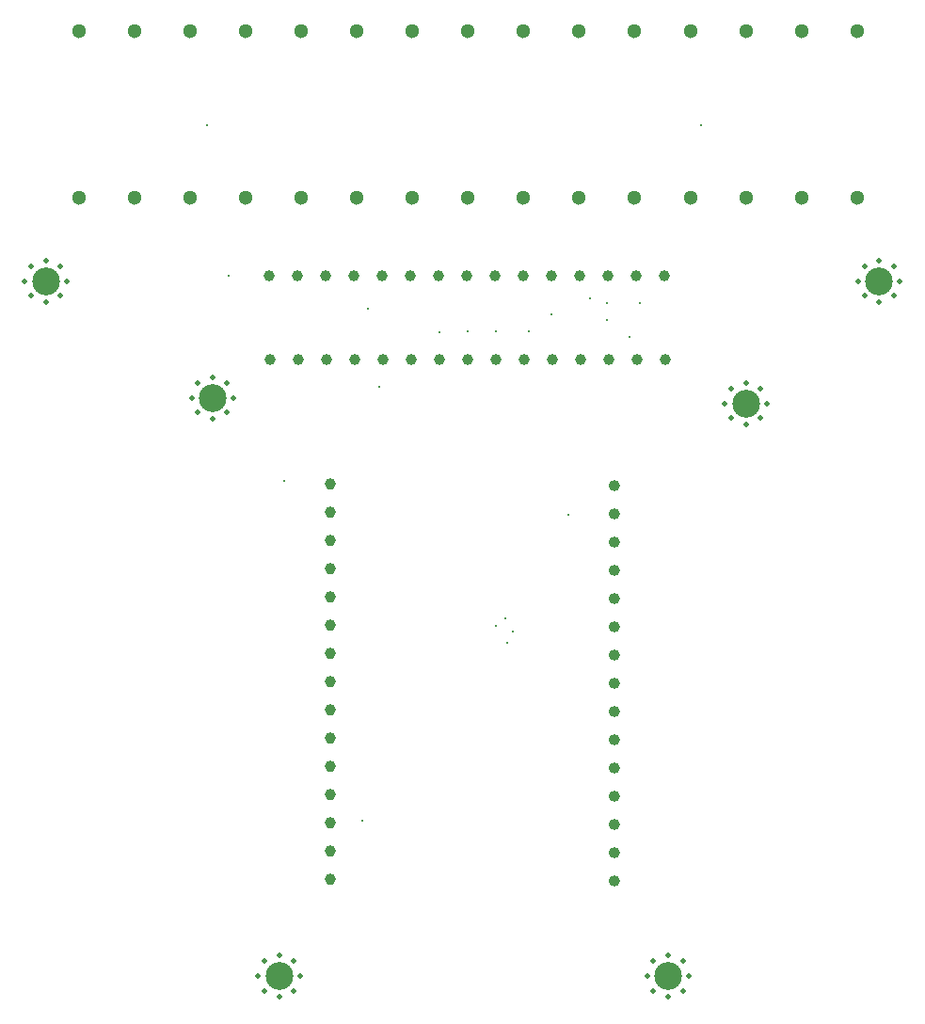
<source format=gbr>
%TF.GenerationSoftware,KiCad,Pcbnew,8.0.5*%
%TF.CreationDate,2025-02-15T20:26:45+11:00*%
%TF.ProjectId,hello_world,68656c6c-6f5f-4776-9f72-6c642e6b6963,1*%
%TF.SameCoordinates,Original*%
%TF.FileFunction,Plated,1,2,PTH,Drill*%
%TF.FilePolarity,Positive*%
%FSLAX46Y46*%
G04 Gerber Fmt 4.6, Leading zero omitted, Abs format (unit mm)*
G04 Created by KiCad (PCBNEW 8.0.5) date 2025-02-15 20:26:45*
%MOMM*%
%LPD*%
G01*
G04 APERTURE LIST*
%TA.AperFunction,ViaDrill*%
%ADD10C,0.300000*%
%TD*%
%TA.AperFunction,ComponentDrill*%
%ADD11C,0.500000*%
%TD*%
%TA.AperFunction,ComponentDrill*%
%ADD12C,0.762000*%
%TD*%
%TA.AperFunction,ComponentDrill*%
%ADD13C,1.000000*%
%TD*%
%TA.AperFunction,ComponentDrill*%
%ADD14C,1.300000*%
%TD*%
%TA.AperFunction,ComponentDrill*%
%ADD15C,2.500000*%
%TD*%
G04 APERTURE END LIST*
D10*
X125000000Y-83500000D03*
X127000000Y-97000000D03*
X132000000Y-115500000D03*
X139000000Y-146000000D03*
X139500000Y-100000000D03*
X140500000Y-107000000D03*
X145930000Y-102070000D03*
X148500000Y-102000000D03*
X151000000Y-128500000D03*
X151010000Y-102010000D03*
X151825735Y-127825735D03*
X152000000Y-130000000D03*
X152500000Y-129000000D03*
X154000000Y-102000000D03*
X156000000Y-100500000D03*
X157500000Y-118500000D03*
X159500000Y-99000000D03*
X161000000Y-99500000D03*
X161016765Y-100983235D03*
X163000000Y-102500000D03*
X164000000Y-99500000D03*
X169500000Y-83500000D03*
D11*
%TO.C,REF\u002A\u002A*%
X108625000Y-97500000D03*
X109174175Y-96174175D03*
X109174175Y-98825825D03*
X110500000Y-95625000D03*
X110500000Y-99375000D03*
X111825825Y-96174175D03*
X111825825Y-98825825D03*
X112375000Y-97500000D03*
X123625000Y-108000000D03*
X124174175Y-106674175D03*
X124174175Y-109325825D03*
X125500000Y-106125000D03*
X125500000Y-109875000D03*
X126825825Y-106674175D03*
X126825825Y-109325825D03*
X127375000Y-108000000D03*
X129625000Y-160000000D03*
X130174175Y-158674175D03*
X130174175Y-161325825D03*
X131500000Y-158125000D03*
X131500000Y-161875000D03*
X132825825Y-158674175D03*
X132825825Y-161325825D03*
X133375000Y-160000000D03*
X164625000Y-160000000D03*
X165174175Y-158674175D03*
X165174175Y-161325825D03*
X166500000Y-158125000D03*
X166500000Y-161875000D03*
X167825825Y-158674175D03*
X167825825Y-161325825D03*
X168375000Y-160000000D03*
X171625000Y-108500000D03*
X172174175Y-107174175D03*
X172174175Y-109825825D03*
X173500000Y-106625000D03*
X173500000Y-110375000D03*
X174825825Y-107174175D03*
X174825825Y-109825825D03*
X175375000Y-108500000D03*
X183625000Y-97500000D03*
X184174175Y-96174175D03*
X184174175Y-98825825D03*
X185500000Y-95625000D03*
X185500000Y-99375000D03*
X186825825Y-96174175D03*
X186825825Y-98825825D03*
X187375000Y-97500000D03*
D12*
%TO.C,U1*%
X136139095Y-115920093D03*
X136139095Y-118460093D03*
X136139095Y-121000093D03*
X136139095Y-123540093D03*
X136139095Y-126080093D03*
X136139095Y-128620093D03*
X136139095Y-131160093D03*
X136139095Y-133700093D03*
X136139095Y-136240093D03*
X136139095Y-138780093D03*
X136139095Y-141320093D03*
X136139095Y-143860093D03*
X136139095Y-146400093D03*
X136139095Y-148940093D03*
X136139095Y-151480093D03*
X161539095Y-115920093D03*
X161539095Y-118460093D03*
X161539095Y-121000093D03*
X161539095Y-123540093D03*
X161539095Y-126080093D03*
X161539095Y-128620093D03*
X161539095Y-131160093D03*
X161539095Y-133700093D03*
X161539095Y-136240093D03*
X161539095Y-138780093D03*
X161539095Y-141320093D03*
X161539095Y-143860093D03*
X161539095Y-146400093D03*
X161539095Y-148940093D03*
X161539095Y-151480093D03*
D13*
%TO.C,J3*%
X130600000Y-97000000D03*
%TO.C,J4*%
X130690000Y-104525000D03*
%TO.C,J3*%
X133140000Y-97000000D03*
%TO.C,J4*%
X133230000Y-104525000D03*
%TO.C,J3*%
X135680000Y-97000000D03*
%TO.C,J4*%
X135770000Y-104525000D03*
%TO.C,J1*%
X136139095Y-115720093D03*
X136139095Y-118260093D03*
X136139095Y-120800093D03*
X136139095Y-123340093D03*
X136139095Y-125880093D03*
X136139095Y-128420093D03*
X136139095Y-130960093D03*
X136139095Y-133500093D03*
X136139095Y-136040093D03*
X136139095Y-138580093D03*
X136139095Y-141120093D03*
X136139095Y-143660093D03*
X136139095Y-146200093D03*
X136139095Y-148740093D03*
X136139095Y-151280093D03*
%TO.C,J3*%
X138220000Y-97000000D03*
%TO.C,J4*%
X138310000Y-104525000D03*
%TO.C,J3*%
X140760000Y-97000000D03*
%TO.C,J4*%
X140850000Y-104525000D03*
%TO.C,J3*%
X143300000Y-97000000D03*
%TO.C,J4*%
X143390000Y-104525000D03*
%TO.C,J3*%
X145840000Y-97000000D03*
%TO.C,J4*%
X145930000Y-104525000D03*
%TO.C,J3*%
X148380000Y-97000000D03*
%TO.C,J4*%
X148470000Y-104525000D03*
%TO.C,J3*%
X150920000Y-97000000D03*
%TO.C,J4*%
X151010000Y-104525000D03*
%TO.C,J3*%
X153460000Y-97000000D03*
%TO.C,J4*%
X153550000Y-104525000D03*
%TO.C,J3*%
X156000000Y-97000000D03*
%TO.C,J4*%
X156090000Y-104525000D03*
%TO.C,J3*%
X158540000Y-97000000D03*
%TO.C,J4*%
X158630000Y-104525000D03*
%TO.C,J3*%
X161080000Y-97000000D03*
%TO.C,J4*%
X161170000Y-104525000D03*
%TO.C,J2*%
X161639095Y-115920093D03*
X161639095Y-118460093D03*
X161639095Y-121000093D03*
X161639095Y-123540093D03*
X161639095Y-126080093D03*
X161639095Y-128620093D03*
X161639095Y-131160093D03*
X161639095Y-133700093D03*
X161639095Y-136240093D03*
X161639095Y-138780093D03*
X161639095Y-141320093D03*
X161639095Y-143860093D03*
X161639095Y-146400093D03*
X161639095Y-148940093D03*
X161639095Y-151480093D03*
%TO.C,J3*%
X163620000Y-97000000D03*
%TO.C,J4*%
X163710000Y-104525000D03*
%TO.C,J3*%
X166160000Y-97000000D03*
%TO.C,J4*%
X166250000Y-104525000D03*
D14*
%TO.C,screwTop1*%
X113500000Y-75000000D03*
%TO.C,screwBottom1*%
X113500000Y-90000000D03*
%TO.C,screwTop1*%
X118500000Y-75000000D03*
%TO.C,screwBottom1*%
X118500000Y-90000000D03*
%TO.C,screwTop1*%
X123500000Y-75000000D03*
%TO.C,screwBottom1*%
X123500000Y-90000000D03*
%TO.C,screwTop1*%
X128500000Y-75000000D03*
%TO.C,screwBottom1*%
X128500000Y-90000000D03*
%TO.C,screwTop1*%
X133500000Y-75000000D03*
%TO.C,screwBottom1*%
X133500000Y-90000000D03*
%TO.C,screwTop1*%
X138500000Y-75000000D03*
%TO.C,screwBottom1*%
X138500000Y-90000000D03*
%TO.C,screwTop1*%
X143500000Y-75000000D03*
%TO.C,screwBottom1*%
X143500000Y-90000000D03*
%TO.C,screwTop1*%
X148500000Y-75000000D03*
%TO.C,screwBottom1*%
X148500000Y-90000000D03*
%TO.C,screwTop1*%
X153500000Y-75000000D03*
%TO.C,screwBottom1*%
X153500000Y-90000000D03*
%TO.C,screwTop1*%
X158500000Y-75000000D03*
%TO.C,screwBottom1*%
X158500000Y-90000000D03*
%TO.C,screwTop1*%
X163500000Y-75000000D03*
%TO.C,screwBottom1*%
X163500000Y-90000000D03*
%TO.C,screwTop1*%
X168500000Y-75000000D03*
%TO.C,screwBottom1*%
X168500000Y-90000000D03*
%TO.C,screwTop1*%
X173500000Y-75000000D03*
%TO.C,screwBottom1*%
X173500000Y-90000000D03*
%TO.C,screwTop1*%
X178500000Y-75000000D03*
%TO.C,screwBottom1*%
X178500000Y-90000000D03*
%TO.C,screwTop1*%
X183500000Y-75000000D03*
%TO.C,screwBottom1*%
X183500000Y-90000000D03*
D15*
%TO.C,REF\u002A\u002A*%
X110500000Y-97500000D03*
X125500000Y-108000000D03*
X131500000Y-160000000D03*
X166500000Y-160000000D03*
X173500000Y-108500000D03*
X185500000Y-97500000D03*
M02*

</source>
